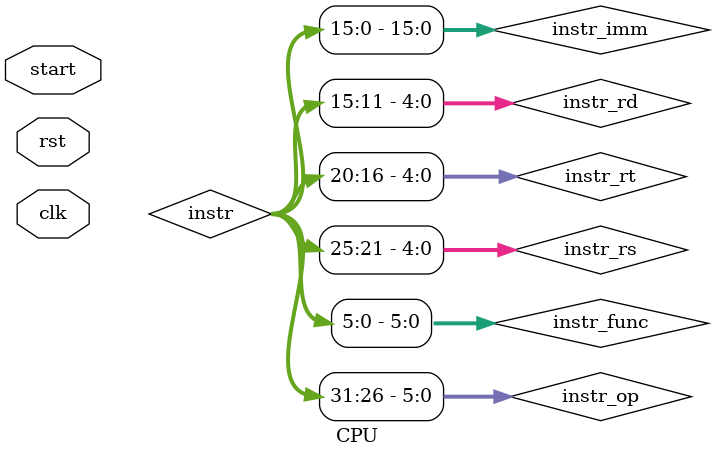
<source format=v>
`include "LookupTable.v"

module CPU
(
	input		clk,
	input		rst,
	input		start
);

	//
	// IF
	//

	ProgramCounter PC
	(
    	.clk		(clk),
   		.rst		(rst),
   		.start      (start),
   		.wr_enable	(HDU.PCwr_o),
   		.addr_i     (PC_Mux.data_o),
   		.addr_o     ()
	);

	Multiplexer2Way PC_Mux
	(
		.data_1		(PC_Inc.data_o),
		.data_2		(PC_BranchAdd.data_o),
		.sel		(),
		.data_o		()
	);	

	Adder PC_Inc
	(
		.data_1		(PC.addr_o),
		.data_2		(32'b0100),	// PC += 4
		.data_o		()
	);

	Memory #(.size(1024)) InstrMem
	(
		.clk		(clk),
		.addr_i		(PC.addr_o),
		.cs			(1'b1),
		.we			(1'b0),
		.data_i		(),
		.data_o		()
	);


	//
	// IF/ID
	//
	
	wire	[31:0]	instr;

	Latch #() IFID_PC_Inc
	(
		.clk		(clk),
		.rst		(),
		.en			(),
		.data_i		(PC_Inc.data_o),
		.data_o		()
	);

	Latch #() IFID_Instr
	(
		.clk		(clk),
		.rst		(),
		.en			(),
		.data_i		(InstrMem.data_o),
		.data_o		(instr)
	);

	
	//
	// ID
	//
	
	wire	[5:0]	instr_op	= instr[31:26];
	wire	[5:0]	instr_func	= instr[5:0];

	wire	[4:0]	instr_rs 	= instr[25:21];
	wire	[4:0]	instr_rt 	= instr[20:16];
	wire	[4:0] 	instr_rd 	= instr[15:11];

	wire	[15:0]	instr_imm	= instr[15:0];

	Registers RegFiles
	(
		.clk		(clk),
		.Rs_addr	(instr_rs),
		//.Rs_data	(),
		.Rt_addr	(instr_rt),
		//.Rt_data	(),
		.we			(),
		.Rd_addr	(MEMWB_RegFwd.data_o),
		.Rd_data	(WB_Mux.data_o)
	);

	SignExtend SignExt
	(
		.data_i		(instr_imm),
		.data_o		()
	);
	
	// TODO: We should try to merge shifter and adder together into: NextAddr
	Shifter PC_BranchShl
	(
		.x			(SignExt.data_o),
		.y			(32'b0010),
		.data_o		()
	);

	Adder PC_BranchAdd
	(	
		.data_1		(PC_BranchShl.data_o),
		.data_2		(IFID_PC_Inc.data_o),
		.data_o		()
	);

	Comparer Rs_eq_Rt
	(
		.data_1		(RegFiles.Rs_data),
		.data_2		(RegFiles.Rt_data),
		.is_equal	()
	);

	HazardDetectionUnit HDU
	(
		.IDEXMr_i(),
		.IDEXRt_i(),
		.IFIDRs_i(),
		.IFIDRt_i(),
		.IFIDwr_o(),
		.PCwr_o(PC.wr_enable),
		.nope_o(),
		.Flush_o()
	);

	GeneralControl Ctrl
	(
		.op_i		(instr_op),
		.EX_ctrl_o	(),
		.MEM_ctrl_o	(),
		.WB_ctrl_o	()		
	);

	//
	// ID/EX
	//

	Multiplexer2Way HDU_WB_Ctrl
	(
		.data_1		(Ctrl.WB_Ctrl_o),
		.data_2		(1'b0),
		.sel		(HDU.nope_o),
		.data_o		(IDEX_WB_Ctrl.data_i)
	);
	Multiplexer2Way HDU_MEM_Ctrl
	(
		.data_1		(Ctrl.MEM_Ctrl_o),
		.data_2		(1'b0),
		.sel		(HDU.nope_o),
		.data_o		(IDEX_MEM_Ctrl.data_i)
	);
	Multiplexer2Way HDU_EX_Ctrl
	(
		.data_1		(Ctrl.EX_Ctrl_o),
		.data_2		(1'b0),
		.sel		(HDU.nope_o),
		.data_o		(IDEX_EX_Ctrl.data_i)
	);


	Latch #(1) IDEX_WB_Ctrl
	(
		.clk		(clk),
		.rst		(),
		.en			(),
		.data_i		(HDU_WB_Ctrl.data_o),
		.data_o		()
	);

	Latch #(2) IDEX_MEM_Ctrl
	(
		.clk		(clk),
		.rst		(),
		.en			(),
		.data_i		(HDU_MEM_Ctrl.data_o),
		.data_o		()
	);

	Latch #(5) IDEX_EX_Ctrl
	(
		.clk		(clk),
		.rst		(),
		.en			(),
		.data_i		(HDU_EX_Ctrl.data_o),
		.data_o		()
	);

	Latch #() IDEX_PC_Inc
	(
		.clk		(clk),
		.rst		(),
		.en			(),
		.data_i		(PC_BranchAdd.data_o),
		.data_o		()
	);

	Latch #() IDEX_Data1
	(
		.clk		(clk),
		.rst		(),
		.en			(),
		.data_i		(RegFiles.Rs_data),
		.data_o		()
	);
	
	Latch #() IDEX_Data2
	(
		.clk		(clk),
		.rst		(),
		.en			(),
		.data_i		(RegFiles.Rt_data),
		.data_o		()
	);

	Latch #() IDEX_SignExt
	(
		.clk		(clk),
		.rst		(),
		.en			(),
		.data_i		(SignExt.data_o),
		.data_o		()
	);

	Latch #(5) IDEX_RsFwd
	(
		.clk		(clk),
		.rst		(),
		.en			(),
		.data_i		(instr_rs),
		.data_o		()
	);

	Latch #(5) IDEX_RtFwd
	(
		.clk		(clk),
		.rst		(),
		.en			(),
		.data_i		(instr_rt),
		.data_o		()
	);

	Latch #(5) IDEX_RdFwd
	(
		.clk		(clk),
		.rst		(),
		.en			(),
		.data_i		(instr_rd),
		.data_o		()
	);


	//
	// EX
	//
	
	ALU ALU
	(
		.ALUop_i	(),
		.data_1		(Data1_Mux.data_o),
		.data_2		(Data2imm_Mux.data_o),
		.data_o		(),
		.is_zero	()
	);
	
	Multiplexer4Way Data1_Mux
	(
		.data_1		(IDEX_Data1.data_o),
		.data_2		(),
		.data_3		(EXMEM_DataOut.data_o),
		.data_4		(32'bz),
		.sel		(FwdUnit.ALUdata1_sel_o),
		.data_o		()
	);

	Multiplexer4Way Data2_Mux
	(
		.data_1		(IDEX_Data2.data_o),
		.data_2		(),
		.data_3		(EXMEM_DataOut.data_o),
		.data_4		(32'bz),
		.sel		(FwdUnit.ALUdata2_sel_o),
		.data_o		()
	);
	
	// Fuck this, I'm combining two diagrams now.
	Multiplexer2Way Data2imm_Mux
	(
		.data_1		(Data2_Mux.data_o),
		.data_2		(IDEX_SignExt.data_o),
		.sel		(),
		.data_o		()
	);

	Multiplexer2Way #(5) Fwd_Mux
	(
		.data_1		(IDEX_RtFwd.data_o),
		.data_2		(IDEX_RdFwd.data_o),
		.sel		(),
		.data_o		()
	);

	ForwardingUnit FwdUnit
	(
		.EXMEM_rw_i	(EXMEM_WB_Ctrl.data_o),
		.MEMWB_rw_i	(MEMWB_WB_Ctrl.data_o),
		.IDEX_Rs_i	(IDEX_RsFwd.data_o),
		.IDEX_Rt_i	(IDEX_RtFwd.data_o),
		.EXMEM_Rd_i	(EXMEM_RegFwd.data_o),
		.MEMWB_Rd_i	(MEMWB_RegFwd.data_o),
		.ALUdata1_sel_o		(Data1_Mux.sel),
		.ALUdata2_sel_o		(Data2_Mux.sel)
	);

	//
	// EX/MEM
	//

	Latch #(1) EXMEM_WB_Ctrl
	(
		.clk		(clk),
		.rst		(),
		.en			(),
		.data_i		(IDEX_WB_Ctrl.data_o),
		.data_o		()
	);
	
	Latch #(2) EXMEM_MEM_Ctrl
	(
		.clk		(clk),
		.rst		(),
		.en			(),
		.data_i		(IDEX_MEM_Ctrl.data_o),
		.data_o		()
	);

	Latch #() EXMEM_DataOut
	(
		.clk		(clk),
		.rst		(),
		.en			(),
		.data_i		(ALU.data_o),
		.data_o		()
	);

	Latch #() EXMEM_Data2
	(
		.clk		(clk),
		.rst		(),
		.en			(),
		.data_i		(Data2_Mux.data_o),
		.data_o		()
	);

	Latch #(5) EXMEM_RegFwd
	(
		.clk		(clk),
		.rst		(),
		.en			(),
		.data_i		(Fwd_Mux.data_o),
		.data_o		()
	);

	
	//
	// MEM
	//
	
	Memory #(.size(32)) DataMem
	(
		.clk		(clk),
		.addr_i		(EXMEM_DataOut.data_o),
		.cs			(),
		.we			(),
		.data_i		(EXMEM_Data2.data_o),
		.data_o		()
	);
	

	//
	// MEM/WB
	//

	Latch #(1) MEMWB_WB_Ctrl
	(
		.clk		(clk),
		.rst		(),
		.en			(),
		.data_i		(EXMEM_WB_Ctrl.data_o),
		.data_o		()
	);

	Latch #() MEMWB_MemOut
	(
		.clk		(clk),
		.rst		(),
		.en			(),
		.data_i		(DataMem.data_o),
		.data_o		()
	);

	Latch #() MEMWB_AddrOut
	(
		.clk		(clk),
		.rst		(),
		.en			(),
		.data_i		(EXMEM_DataOut.data_o),
		.data_o		()
	);

	Latch #(5) MEMWB_RegFwd
	(
		.clk		(clk),
		.rst		(),
		.en			(),
		.data_i		(EXMEM_RegFwd.data_o),
		.data_o		()
	);

	
	//
	// WB
	//

	Multiplexer2Way WB_Mux
	(
		.data_1		(MEMWB_MemOut.data_o),
		.data_2		(MEMWB_AddrOut.data_o),
		.sel		(),
		.data_o		()
	);

endmodule

</source>
